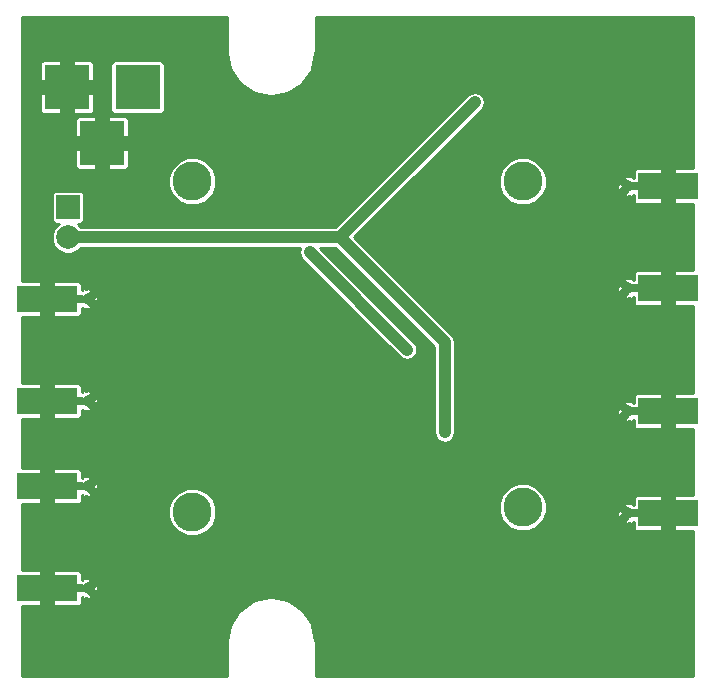
<source format=gbr>
G04 #@! TF.FileFunction,Copper,L2,Bot,Signal*
%FSLAX46Y46*%
G04 Gerber Fmt 4.6, Leading zero omitted, Abs format (unit mm)*
G04 Created by KiCad (PCBNEW 4.0.1-stable) date Wednesday, May 18, 2016 'PMt' 12:19:56 PM*
%MOMM*%
G01*
G04 APERTURE LIST*
%ADD10C,0.100000*%
%ADD11R,3.810000X3.810000*%
%ADD12R,2.000000X2.000000*%
%ADD13C,2.000000*%
%ADD14C,3.302000*%
%ADD15C,0.965200*%
%ADD16R,5.080000X2.286000*%
%ADD17R,1.016000X0.635000*%
%ADD18C,0.600000*%
%ADD19C,1.000000*%
%ADD20C,0.254000*%
G04 APERTURE END LIST*
D10*
D11*
X188005340Y-57150000D03*
X182005860Y-57150000D03*
X185005600Y-61849000D03*
D12*
X182118000Y-67310000D03*
D13*
X182118000Y-69850000D03*
D14*
X192633600Y-65112900D03*
X192633600Y-93103700D03*
X220624400Y-65112900D03*
X220624400Y-92710000D03*
D15*
X183769000Y-75057000D03*
X183769000Y-83693000D03*
D16*
X180340000Y-75057000D03*
X180340000Y-83693000D03*
D17*
X182880000Y-75057000D03*
X182880000Y-83693000D03*
D15*
X183769000Y-90932000D03*
X183769000Y-99568000D03*
D16*
X180340000Y-90932000D03*
X180340000Y-99568000D03*
D17*
X182880000Y-90932000D03*
X182880000Y-99568000D03*
D15*
X229489000Y-74168000D03*
X229489000Y-65532000D03*
D16*
X232918000Y-74168000D03*
X232918000Y-65532000D03*
D17*
X230378000Y-74168000D03*
X230378000Y-65532000D03*
D15*
X229489000Y-93218000D03*
X229489000Y-84582000D03*
D16*
X232918000Y-93218000D03*
X232918000Y-84582000D03*
D17*
X230378000Y-93218000D03*
X230378000Y-84582000D03*
D18*
X213995000Y-86360000D03*
X198120000Y-69850000D03*
X216535000Y-58420000D03*
X202565000Y-71120000D03*
X210820000Y-79375000D03*
D19*
X213995000Y-86360000D02*
X213995000Y-78740000D01*
X213995000Y-78740000D02*
X205105000Y-69850000D01*
X198120000Y-69850000D02*
X182118000Y-69850000D01*
X205105000Y-69850000D02*
X198120000Y-69850000D01*
X216535000Y-58420000D02*
X213995000Y-60960000D01*
X213995000Y-60960000D02*
X205105000Y-69850000D01*
X210820000Y-79375000D02*
X202565000Y-71120000D01*
D20*
G36*
X195555400Y-54127400D02*
X195563682Y-54169036D01*
X195563682Y-54211484D01*
X195816964Y-55484825D01*
X195881320Y-55640192D01*
X196602608Y-56719676D01*
X196721522Y-56838590D01*
X197801008Y-57559880D01*
X197956375Y-57624236D01*
X197956380Y-57624236D01*
X199229716Y-57877518D01*
X199397884Y-57877518D01*
X200671225Y-57624236D01*
X200826592Y-57559880D01*
X201906078Y-56838590D01*
X202024992Y-56719676D01*
X202746280Y-55640192D01*
X202810636Y-55484825D01*
X202810636Y-55484820D01*
X203063918Y-54211484D01*
X203063918Y-54169036D01*
X203072200Y-54127400D01*
X203072200Y-51231000D01*
X235027000Y-51231000D01*
X235027000Y-64008000D01*
X233521250Y-64008000D01*
X233426000Y-64103250D01*
X233426000Y-65024000D01*
X233446000Y-65024000D01*
X233446000Y-66040000D01*
X233426000Y-66040000D01*
X233426000Y-66960750D01*
X233521250Y-67056000D01*
X235027000Y-67056000D01*
X235027000Y-72644000D01*
X233521250Y-72644000D01*
X233426000Y-72739250D01*
X233426000Y-73660000D01*
X233446000Y-73660000D01*
X233446000Y-74676000D01*
X233426000Y-74676000D01*
X233426000Y-75596750D01*
X233521250Y-75692000D01*
X235027000Y-75692000D01*
X235027000Y-83058000D01*
X233521250Y-83058000D01*
X233426000Y-83153250D01*
X233426000Y-84074000D01*
X233446000Y-84074000D01*
X233446000Y-85090000D01*
X233426000Y-85090000D01*
X233426000Y-86010750D01*
X233521250Y-86106000D01*
X235027000Y-86106000D01*
X235027000Y-91694000D01*
X233521250Y-91694000D01*
X233426000Y-91789250D01*
X233426000Y-92710000D01*
X233446000Y-92710000D01*
X233446000Y-93726000D01*
X233426000Y-93726000D01*
X233426000Y-94646750D01*
X233521250Y-94742000D01*
X235027000Y-94742000D01*
X235027000Y-106985600D01*
X203072200Y-106985600D01*
X203072200Y-104089200D01*
X203063918Y-104047564D01*
X203063918Y-104005116D01*
X202810636Y-102731780D01*
X202810636Y-102731775D01*
X202746280Y-102576408D01*
X202024990Y-101496922D01*
X201906076Y-101378008D01*
X200826592Y-100656720D01*
X200671225Y-100592364D01*
X199397884Y-100339082D01*
X199229716Y-100339082D01*
X197956380Y-100592364D01*
X197801008Y-100656720D01*
X196721524Y-101378008D01*
X196602610Y-101496922D01*
X195881320Y-102576408D01*
X195816964Y-102731775D01*
X195563682Y-104005116D01*
X195563682Y-104047564D01*
X195555400Y-104089200D01*
X195555400Y-106985600D01*
X178231000Y-106985600D01*
X178231000Y-101092000D01*
X179736750Y-101092000D01*
X179832000Y-100996750D01*
X179832000Y-100076000D01*
X179812000Y-100076000D01*
X179812000Y-99060000D01*
X179832000Y-99060000D01*
X179832000Y-98139250D01*
X180848000Y-98139250D01*
X180848000Y-99060000D01*
X180868000Y-99060000D01*
X180868000Y-100076000D01*
X180848000Y-100076000D01*
X180848000Y-100996750D01*
X180943250Y-101092000D01*
X182955786Y-101092000D01*
X183095820Y-101033996D01*
X183202996Y-100926819D01*
X183261000Y-100786785D01*
X183261000Y-100301723D01*
X183507350Y-100548073D01*
X183634379Y-100421044D01*
X183805948Y-100447743D01*
X184071527Y-100394916D01*
X184126779Y-100267029D01*
X183769000Y-99909250D01*
X183769000Y-99822000D01*
X183673750Y-99726750D01*
X183269000Y-99726750D01*
X183427750Y-99568000D01*
X184110250Y-99568000D01*
X184468029Y-99925779D01*
X184595916Y-99870527D01*
X184648743Y-99531052D01*
X184595916Y-99265473D01*
X184468029Y-99210221D01*
X184110250Y-99568000D01*
X183427750Y-99568000D01*
X183269000Y-99409250D01*
X183673750Y-99409250D01*
X183769000Y-99314000D01*
X183769000Y-99226750D01*
X184126779Y-98868971D01*
X184071527Y-98741084D01*
X183732052Y-98688257D01*
X183628315Y-98708892D01*
X183507350Y-98587927D01*
X183261000Y-98834277D01*
X183261000Y-98349215D01*
X183202996Y-98209181D01*
X183095820Y-98102004D01*
X182955786Y-98044000D01*
X180943250Y-98044000D01*
X180848000Y-98139250D01*
X179832000Y-98139250D01*
X179736750Y-98044000D01*
X178231000Y-98044000D01*
X178231000Y-93506116D01*
X190601248Y-93506116D01*
X190909950Y-94253232D01*
X191481062Y-94825341D01*
X192227637Y-95135346D01*
X193036016Y-95136052D01*
X193783132Y-94827350D01*
X194355241Y-94256238D01*
X194665246Y-93509663D01*
X194665592Y-93112416D01*
X218592048Y-93112416D01*
X218900750Y-93859532D01*
X219471862Y-94431641D01*
X220218437Y-94741646D01*
X221026816Y-94742352D01*
X221773932Y-94433650D01*
X222346041Y-93862538D01*
X222598334Y-93254948D01*
X228609257Y-93254948D01*
X228662084Y-93520527D01*
X228789971Y-93575779D01*
X229147750Y-93218000D01*
X228789971Y-92860221D01*
X228662084Y-92915473D01*
X228609257Y-93254948D01*
X222598334Y-93254948D01*
X222656046Y-93115963D01*
X222656567Y-92518971D01*
X229131221Y-92518971D01*
X229489000Y-92876750D01*
X229489000Y-92964000D01*
X229584250Y-93059250D01*
X229989000Y-93059250D01*
X229830250Y-93218000D01*
X229989000Y-93376750D01*
X229584250Y-93376750D01*
X229489000Y-93472000D01*
X229489000Y-93559250D01*
X229131221Y-93917029D01*
X229186473Y-94044916D01*
X229525948Y-94097743D01*
X229629685Y-94077108D01*
X229750650Y-94198073D01*
X229997000Y-93951723D01*
X229997000Y-94436785D01*
X230055004Y-94576819D01*
X230162180Y-94683996D01*
X230302214Y-94742000D01*
X232314750Y-94742000D01*
X232410000Y-94646750D01*
X232410000Y-93726000D01*
X232390000Y-93726000D01*
X232390000Y-92710000D01*
X232410000Y-92710000D01*
X232410000Y-91789250D01*
X232314750Y-91694000D01*
X230302214Y-91694000D01*
X230162180Y-91752004D01*
X230055004Y-91859181D01*
X229997000Y-91999215D01*
X229997000Y-92484277D01*
X229750650Y-92237927D01*
X229623621Y-92364956D01*
X229452052Y-92338257D01*
X229186473Y-92391084D01*
X229131221Y-92518971D01*
X222656567Y-92518971D01*
X222656752Y-92307584D01*
X222348050Y-91560468D01*
X221776938Y-90988359D01*
X221030363Y-90678354D01*
X220221984Y-90677648D01*
X219474868Y-90986350D01*
X218902759Y-91557462D01*
X218592754Y-92304037D01*
X218592048Y-93112416D01*
X194665592Y-93112416D01*
X194665952Y-92701284D01*
X194357250Y-91954168D01*
X193786138Y-91382059D01*
X193039563Y-91072054D01*
X192231184Y-91071348D01*
X191484068Y-91380050D01*
X190911959Y-91951162D01*
X190601954Y-92697737D01*
X190601248Y-93506116D01*
X178231000Y-93506116D01*
X178231000Y-92456000D01*
X179736750Y-92456000D01*
X179832000Y-92360750D01*
X179832000Y-91440000D01*
X179812000Y-91440000D01*
X179812000Y-90424000D01*
X179832000Y-90424000D01*
X179832000Y-89503250D01*
X180848000Y-89503250D01*
X180848000Y-90424000D01*
X180868000Y-90424000D01*
X180868000Y-91440000D01*
X180848000Y-91440000D01*
X180848000Y-92360750D01*
X180943250Y-92456000D01*
X182955786Y-92456000D01*
X183095820Y-92397996D01*
X183202996Y-92290819D01*
X183261000Y-92150785D01*
X183261000Y-91665723D01*
X183507350Y-91912073D01*
X183634379Y-91785044D01*
X183805948Y-91811743D01*
X184071527Y-91758916D01*
X184126779Y-91631029D01*
X183769000Y-91273250D01*
X183769000Y-91186000D01*
X183673750Y-91090750D01*
X183269000Y-91090750D01*
X183427750Y-90932000D01*
X184110250Y-90932000D01*
X184468029Y-91289779D01*
X184595916Y-91234527D01*
X184648743Y-90895052D01*
X184595916Y-90629473D01*
X184468029Y-90574221D01*
X184110250Y-90932000D01*
X183427750Y-90932000D01*
X183269000Y-90773250D01*
X183673750Y-90773250D01*
X183769000Y-90678000D01*
X183769000Y-90590750D01*
X184126779Y-90232971D01*
X184071527Y-90105084D01*
X183732052Y-90052257D01*
X183628315Y-90072892D01*
X183507350Y-89951927D01*
X183261000Y-90198277D01*
X183261000Y-89713215D01*
X183202996Y-89573181D01*
X183095820Y-89466004D01*
X182955786Y-89408000D01*
X180943250Y-89408000D01*
X180848000Y-89503250D01*
X179832000Y-89503250D01*
X179736750Y-89408000D01*
X178231000Y-89408000D01*
X178231000Y-85217000D01*
X179736750Y-85217000D01*
X179832000Y-85121750D01*
X179832000Y-84201000D01*
X179812000Y-84201000D01*
X179812000Y-83185000D01*
X179832000Y-83185000D01*
X179832000Y-82264250D01*
X180848000Y-82264250D01*
X180848000Y-83185000D01*
X180868000Y-83185000D01*
X180868000Y-84201000D01*
X180848000Y-84201000D01*
X180848000Y-85121750D01*
X180943250Y-85217000D01*
X182955786Y-85217000D01*
X183095820Y-85158996D01*
X183202996Y-85051819D01*
X183261000Y-84911785D01*
X183261000Y-84426723D01*
X183507350Y-84673073D01*
X183634379Y-84546044D01*
X183805948Y-84572743D01*
X184071527Y-84519916D01*
X184126779Y-84392029D01*
X183769000Y-84034250D01*
X183769000Y-83947000D01*
X183673750Y-83851750D01*
X183269000Y-83851750D01*
X183427750Y-83693000D01*
X184110250Y-83693000D01*
X184468029Y-84050779D01*
X184595916Y-83995527D01*
X184648743Y-83656052D01*
X184595916Y-83390473D01*
X184468029Y-83335221D01*
X184110250Y-83693000D01*
X183427750Y-83693000D01*
X183269000Y-83534250D01*
X183673750Y-83534250D01*
X183769000Y-83439000D01*
X183769000Y-83351750D01*
X184126779Y-82993971D01*
X184071527Y-82866084D01*
X183732052Y-82813257D01*
X183628315Y-82833892D01*
X183507350Y-82712927D01*
X183261000Y-82959277D01*
X183261000Y-82474215D01*
X183202996Y-82334181D01*
X183095820Y-82227004D01*
X182955786Y-82169000D01*
X180943250Y-82169000D01*
X180848000Y-82264250D01*
X179832000Y-82264250D01*
X179736750Y-82169000D01*
X178231000Y-82169000D01*
X178231000Y-76581000D01*
X179736750Y-76581000D01*
X179832000Y-76485750D01*
X179832000Y-75565000D01*
X179812000Y-75565000D01*
X179812000Y-74549000D01*
X179832000Y-74549000D01*
X179832000Y-73628250D01*
X180848000Y-73628250D01*
X180848000Y-74549000D01*
X180868000Y-74549000D01*
X180868000Y-75565000D01*
X180848000Y-75565000D01*
X180848000Y-76485750D01*
X180943250Y-76581000D01*
X182955786Y-76581000D01*
X183095820Y-76522996D01*
X183202996Y-76415819D01*
X183261000Y-76275785D01*
X183261000Y-75790723D01*
X183507350Y-76037073D01*
X183634379Y-75910044D01*
X183805948Y-75936743D01*
X184071527Y-75883916D01*
X184126779Y-75756029D01*
X183769000Y-75398250D01*
X183769000Y-75311000D01*
X183673750Y-75215750D01*
X183269000Y-75215750D01*
X183427750Y-75057000D01*
X184110250Y-75057000D01*
X184468029Y-75414779D01*
X184595916Y-75359527D01*
X184648743Y-75020052D01*
X184595916Y-74754473D01*
X184468029Y-74699221D01*
X184110250Y-75057000D01*
X183427750Y-75057000D01*
X183269000Y-74898250D01*
X183673750Y-74898250D01*
X183769000Y-74803000D01*
X183769000Y-74715750D01*
X184126779Y-74357971D01*
X184071527Y-74230084D01*
X183732052Y-74177257D01*
X183628315Y-74197892D01*
X183507350Y-74076927D01*
X183261000Y-74323277D01*
X183261000Y-73838215D01*
X183202996Y-73698181D01*
X183095820Y-73591004D01*
X182955786Y-73533000D01*
X180943250Y-73533000D01*
X180848000Y-73628250D01*
X179832000Y-73628250D01*
X179736750Y-73533000D01*
X178231000Y-73533000D01*
X178231000Y-66310000D01*
X180729536Y-66310000D01*
X180729536Y-68310000D01*
X180756103Y-68451190D01*
X180839546Y-68580865D01*
X180966866Y-68667859D01*
X181118000Y-68698464D01*
X181316813Y-68698464D01*
X180947928Y-69066705D01*
X180737241Y-69574097D01*
X180736761Y-70123493D01*
X180946563Y-70631251D01*
X181334705Y-71020072D01*
X181842097Y-71230759D01*
X182391493Y-71231239D01*
X182899251Y-71021437D01*
X183190196Y-70731000D01*
X201785711Y-70731000D01*
X201751062Y-70782856D01*
X201684000Y-71120000D01*
X201751062Y-71457144D01*
X201942039Y-71742961D01*
X210197039Y-79997961D01*
X210482856Y-80188938D01*
X210820000Y-80256000D01*
X211157144Y-80188938D01*
X211442961Y-79997961D01*
X211633938Y-79712144D01*
X211701000Y-79375000D01*
X211633938Y-79037856D01*
X211442961Y-78752039D01*
X203421922Y-70731000D01*
X204740078Y-70731000D01*
X213114000Y-79104922D01*
X213114000Y-86360000D01*
X213181062Y-86697144D01*
X213372039Y-86982961D01*
X213657856Y-87173938D01*
X213995000Y-87241000D01*
X214332144Y-87173938D01*
X214617961Y-86982961D01*
X214808938Y-86697144D01*
X214876000Y-86360000D01*
X214876000Y-84618948D01*
X228609257Y-84618948D01*
X228662084Y-84884527D01*
X228789971Y-84939779D01*
X229147750Y-84582000D01*
X228789971Y-84224221D01*
X228662084Y-84279473D01*
X228609257Y-84618948D01*
X214876000Y-84618948D01*
X214876000Y-83882971D01*
X229131221Y-83882971D01*
X229489000Y-84240750D01*
X229489000Y-84328000D01*
X229584250Y-84423250D01*
X229989000Y-84423250D01*
X229830250Y-84582000D01*
X229989000Y-84740750D01*
X229584250Y-84740750D01*
X229489000Y-84836000D01*
X229489000Y-84923250D01*
X229131221Y-85281029D01*
X229186473Y-85408916D01*
X229525948Y-85461743D01*
X229629685Y-85441108D01*
X229750650Y-85562073D01*
X229997000Y-85315723D01*
X229997000Y-85800785D01*
X230055004Y-85940819D01*
X230162180Y-86047996D01*
X230302214Y-86106000D01*
X232314750Y-86106000D01*
X232410000Y-86010750D01*
X232410000Y-85090000D01*
X232390000Y-85090000D01*
X232390000Y-84074000D01*
X232410000Y-84074000D01*
X232410000Y-83153250D01*
X232314750Y-83058000D01*
X230302214Y-83058000D01*
X230162180Y-83116004D01*
X230055004Y-83223181D01*
X229997000Y-83363215D01*
X229997000Y-83848277D01*
X229750650Y-83601927D01*
X229623621Y-83728956D01*
X229452052Y-83702257D01*
X229186473Y-83755084D01*
X229131221Y-83882971D01*
X214876000Y-83882971D01*
X214876000Y-78740000D01*
X214808938Y-78402856D01*
X214617961Y-78117039D01*
X210705870Y-74204948D01*
X228609257Y-74204948D01*
X228662084Y-74470527D01*
X228789971Y-74525779D01*
X229147750Y-74168000D01*
X228789971Y-73810221D01*
X228662084Y-73865473D01*
X228609257Y-74204948D01*
X210705870Y-74204948D01*
X209969893Y-73468971D01*
X229131221Y-73468971D01*
X229489000Y-73826750D01*
X229489000Y-73914000D01*
X229584250Y-74009250D01*
X229989000Y-74009250D01*
X229830250Y-74168000D01*
X229989000Y-74326750D01*
X229584250Y-74326750D01*
X229489000Y-74422000D01*
X229489000Y-74509250D01*
X229131221Y-74867029D01*
X229186473Y-74994916D01*
X229525948Y-75047743D01*
X229629685Y-75027108D01*
X229750650Y-75148073D01*
X229997000Y-74901723D01*
X229997000Y-75386785D01*
X230055004Y-75526819D01*
X230162180Y-75633996D01*
X230302214Y-75692000D01*
X232314750Y-75692000D01*
X232410000Y-75596750D01*
X232410000Y-74676000D01*
X232390000Y-74676000D01*
X232390000Y-73660000D01*
X232410000Y-73660000D01*
X232410000Y-72739250D01*
X232314750Y-72644000D01*
X230302214Y-72644000D01*
X230162180Y-72702004D01*
X230055004Y-72809181D01*
X229997000Y-72949215D01*
X229997000Y-73434277D01*
X229750650Y-73187927D01*
X229623621Y-73314956D01*
X229452052Y-73288257D01*
X229186473Y-73341084D01*
X229131221Y-73468971D01*
X209969893Y-73468971D01*
X206350922Y-69850000D01*
X210685606Y-65515316D01*
X218592048Y-65515316D01*
X218900750Y-66262432D01*
X219471862Y-66834541D01*
X220218437Y-67144546D01*
X221026816Y-67145252D01*
X221773932Y-66836550D01*
X222346041Y-66265438D01*
X222635248Y-65568948D01*
X228609257Y-65568948D01*
X228662084Y-65834527D01*
X228789971Y-65889779D01*
X229147750Y-65532000D01*
X228789971Y-65174221D01*
X228662084Y-65229473D01*
X228609257Y-65568948D01*
X222635248Y-65568948D01*
X222656046Y-65518863D01*
X222656645Y-64832971D01*
X229131221Y-64832971D01*
X229489000Y-65190750D01*
X229489000Y-65278000D01*
X229584250Y-65373250D01*
X229989000Y-65373250D01*
X229830250Y-65532000D01*
X229989000Y-65690750D01*
X229584250Y-65690750D01*
X229489000Y-65786000D01*
X229489000Y-65873250D01*
X229131221Y-66231029D01*
X229186473Y-66358916D01*
X229525948Y-66411743D01*
X229629685Y-66391108D01*
X229750650Y-66512073D01*
X229997000Y-66265723D01*
X229997000Y-66750785D01*
X230055004Y-66890819D01*
X230162180Y-66997996D01*
X230302214Y-67056000D01*
X232314750Y-67056000D01*
X232410000Y-66960750D01*
X232410000Y-66040000D01*
X232390000Y-66040000D01*
X232390000Y-65024000D01*
X232410000Y-65024000D01*
X232410000Y-64103250D01*
X232314750Y-64008000D01*
X230302214Y-64008000D01*
X230162180Y-64066004D01*
X230055004Y-64173181D01*
X229997000Y-64313215D01*
X229997000Y-64798277D01*
X229750650Y-64551927D01*
X229623621Y-64678956D01*
X229452052Y-64652257D01*
X229186473Y-64705084D01*
X229131221Y-64832971D01*
X222656645Y-64832971D01*
X222656752Y-64710484D01*
X222348050Y-63963368D01*
X221776938Y-63391259D01*
X221030363Y-63081254D01*
X220221984Y-63080548D01*
X219474868Y-63389250D01*
X218902759Y-63960362D01*
X218592754Y-64706937D01*
X218592048Y-65515316D01*
X210685606Y-65515316D01*
X217157961Y-59042961D01*
X217348938Y-58757145D01*
X217416000Y-58420000D01*
X217348938Y-58082856D01*
X217157961Y-57797039D01*
X216872144Y-57606062D01*
X216535000Y-57539000D01*
X216197855Y-57606062D01*
X215912039Y-57797039D01*
X204740078Y-68969000D01*
X183189862Y-68969000D01*
X182919799Y-68698464D01*
X183118000Y-68698464D01*
X183259190Y-68671897D01*
X183388865Y-68588454D01*
X183475859Y-68461134D01*
X183506464Y-68310000D01*
X183506464Y-66310000D01*
X183479897Y-66168810D01*
X183396454Y-66039135D01*
X183269134Y-65952141D01*
X183118000Y-65921536D01*
X181118000Y-65921536D01*
X180976810Y-65948103D01*
X180847135Y-66031546D01*
X180760141Y-66158866D01*
X180729536Y-66310000D01*
X178231000Y-66310000D01*
X178231000Y-65515316D01*
X190601248Y-65515316D01*
X190909950Y-66262432D01*
X191481062Y-66834541D01*
X192227637Y-67144546D01*
X193036016Y-67145252D01*
X193783132Y-66836550D01*
X194355241Y-66265438D01*
X194665246Y-65518863D01*
X194665952Y-64710484D01*
X194357250Y-63963368D01*
X193786138Y-63391259D01*
X193039563Y-63081254D01*
X192231184Y-63080548D01*
X191484068Y-63389250D01*
X190911959Y-63960362D01*
X190601954Y-64706937D01*
X190601248Y-65515316D01*
X178231000Y-65515316D01*
X178231000Y-62452250D01*
X182719600Y-62452250D01*
X182719600Y-63829785D01*
X182777604Y-63969819D01*
X182884780Y-64076996D01*
X183024814Y-64135000D01*
X184402350Y-64135000D01*
X184497600Y-64039750D01*
X184497600Y-62357000D01*
X185513600Y-62357000D01*
X185513600Y-64039750D01*
X185608850Y-64135000D01*
X186986386Y-64135000D01*
X187126420Y-64076996D01*
X187233596Y-63969819D01*
X187291600Y-63829785D01*
X187291600Y-62452250D01*
X187196350Y-62357000D01*
X185513600Y-62357000D01*
X184497600Y-62357000D01*
X182814850Y-62357000D01*
X182719600Y-62452250D01*
X178231000Y-62452250D01*
X178231000Y-59868215D01*
X182719600Y-59868215D01*
X182719600Y-61245750D01*
X182814850Y-61341000D01*
X184497600Y-61341000D01*
X184497600Y-59658250D01*
X185513600Y-59658250D01*
X185513600Y-61341000D01*
X187196350Y-61341000D01*
X187291600Y-61245750D01*
X187291600Y-59868215D01*
X187233596Y-59728181D01*
X187126420Y-59621004D01*
X186986386Y-59563000D01*
X185608850Y-59563000D01*
X185513600Y-59658250D01*
X184497600Y-59658250D01*
X184402350Y-59563000D01*
X183024814Y-59563000D01*
X182884780Y-59621004D01*
X182777604Y-59728181D01*
X182719600Y-59868215D01*
X178231000Y-59868215D01*
X178231000Y-57753250D01*
X179719860Y-57753250D01*
X179719860Y-59130785D01*
X179777864Y-59270819D01*
X179885040Y-59377996D01*
X180025074Y-59436000D01*
X181402610Y-59436000D01*
X181497860Y-59340750D01*
X181497860Y-57658000D01*
X182513860Y-57658000D01*
X182513860Y-59340750D01*
X182609110Y-59436000D01*
X183986646Y-59436000D01*
X184126680Y-59377996D01*
X184233856Y-59270819D01*
X184291860Y-59130785D01*
X184291860Y-57753250D01*
X184196610Y-57658000D01*
X182513860Y-57658000D01*
X181497860Y-57658000D01*
X179815110Y-57658000D01*
X179719860Y-57753250D01*
X178231000Y-57753250D01*
X178231000Y-55169215D01*
X179719860Y-55169215D01*
X179719860Y-56546750D01*
X179815110Y-56642000D01*
X181497860Y-56642000D01*
X181497860Y-54959250D01*
X182513860Y-54959250D01*
X182513860Y-56642000D01*
X184196610Y-56642000D01*
X184291860Y-56546750D01*
X184291860Y-55245000D01*
X185711876Y-55245000D01*
X185711876Y-59055000D01*
X185738443Y-59196190D01*
X185821886Y-59325865D01*
X185949206Y-59412859D01*
X186100340Y-59443464D01*
X189910340Y-59443464D01*
X190051530Y-59416897D01*
X190181205Y-59333454D01*
X190268199Y-59206134D01*
X190298804Y-59055000D01*
X190298804Y-55245000D01*
X190272237Y-55103810D01*
X190188794Y-54974135D01*
X190061474Y-54887141D01*
X189910340Y-54856536D01*
X186100340Y-54856536D01*
X185959150Y-54883103D01*
X185829475Y-54966546D01*
X185742481Y-55093866D01*
X185711876Y-55245000D01*
X184291860Y-55245000D01*
X184291860Y-55169215D01*
X184233856Y-55029181D01*
X184126680Y-54922004D01*
X183986646Y-54864000D01*
X182609110Y-54864000D01*
X182513860Y-54959250D01*
X181497860Y-54959250D01*
X181402610Y-54864000D01*
X180025074Y-54864000D01*
X179885040Y-54922004D01*
X179777864Y-55029181D01*
X179719860Y-55169215D01*
X178231000Y-55169215D01*
X178231000Y-51231000D01*
X195555400Y-51231000D01*
X195555400Y-54127400D01*
X195555400Y-54127400D01*
G37*
X195555400Y-54127400D02*
X195563682Y-54169036D01*
X195563682Y-54211484D01*
X195816964Y-55484825D01*
X195881320Y-55640192D01*
X196602608Y-56719676D01*
X196721522Y-56838590D01*
X197801008Y-57559880D01*
X197956375Y-57624236D01*
X197956380Y-57624236D01*
X199229716Y-57877518D01*
X199397884Y-57877518D01*
X200671225Y-57624236D01*
X200826592Y-57559880D01*
X201906078Y-56838590D01*
X202024992Y-56719676D01*
X202746280Y-55640192D01*
X202810636Y-55484825D01*
X202810636Y-55484820D01*
X203063918Y-54211484D01*
X203063918Y-54169036D01*
X203072200Y-54127400D01*
X203072200Y-51231000D01*
X235027000Y-51231000D01*
X235027000Y-64008000D01*
X233521250Y-64008000D01*
X233426000Y-64103250D01*
X233426000Y-65024000D01*
X233446000Y-65024000D01*
X233446000Y-66040000D01*
X233426000Y-66040000D01*
X233426000Y-66960750D01*
X233521250Y-67056000D01*
X235027000Y-67056000D01*
X235027000Y-72644000D01*
X233521250Y-72644000D01*
X233426000Y-72739250D01*
X233426000Y-73660000D01*
X233446000Y-73660000D01*
X233446000Y-74676000D01*
X233426000Y-74676000D01*
X233426000Y-75596750D01*
X233521250Y-75692000D01*
X235027000Y-75692000D01*
X235027000Y-83058000D01*
X233521250Y-83058000D01*
X233426000Y-83153250D01*
X233426000Y-84074000D01*
X233446000Y-84074000D01*
X233446000Y-85090000D01*
X233426000Y-85090000D01*
X233426000Y-86010750D01*
X233521250Y-86106000D01*
X235027000Y-86106000D01*
X235027000Y-91694000D01*
X233521250Y-91694000D01*
X233426000Y-91789250D01*
X233426000Y-92710000D01*
X233446000Y-92710000D01*
X233446000Y-93726000D01*
X233426000Y-93726000D01*
X233426000Y-94646750D01*
X233521250Y-94742000D01*
X235027000Y-94742000D01*
X235027000Y-106985600D01*
X203072200Y-106985600D01*
X203072200Y-104089200D01*
X203063918Y-104047564D01*
X203063918Y-104005116D01*
X202810636Y-102731780D01*
X202810636Y-102731775D01*
X202746280Y-102576408D01*
X202024990Y-101496922D01*
X201906076Y-101378008D01*
X200826592Y-100656720D01*
X200671225Y-100592364D01*
X199397884Y-100339082D01*
X199229716Y-100339082D01*
X197956380Y-100592364D01*
X197801008Y-100656720D01*
X196721524Y-101378008D01*
X196602610Y-101496922D01*
X195881320Y-102576408D01*
X195816964Y-102731775D01*
X195563682Y-104005116D01*
X195563682Y-104047564D01*
X195555400Y-104089200D01*
X195555400Y-106985600D01*
X178231000Y-106985600D01*
X178231000Y-101092000D01*
X179736750Y-101092000D01*
X179832000Y-100996750D01*
X179832000Y-100076000D01*
X179812000Y-100076000D01*
X179812000Y-99060000D01*
X179832000Y-99060000D01*
X179832000Y-98139250D01*
X180848000Y-98139250D01*
X180848000Y-99060000D01*
X180868000Y-99060000D01*
X180868000Y-100076000D01*
X180848000Y-100076000D01*
X180848000Y-100996750D01*
X180943250Y-101092000D01*
X182955786Y-101092000D01*
X183095820Y-101033996D01*
X183202996Y-100926819D01*
X183261000Y-100786785D01*
X183261000Y-100301723D01*
X183507350Y-100548073D01*
X183634379Y-100421044D01*
X183805948Y-100447743D01*
X184071527Y-100394916D01*
X184126779Y-100267029D01*
X183769000Y-99909250D01*
X183769000Y-99822000D01*
X183673750Y-99726750D01*
X183269000Y-99726750D01*
X183427750Y-99568000D01*
X184110250Y-99568000D01*
X184468029Y-99925779D01*
X184595916Y-99870527D01*
X184648743Y-99531052D01*
X184595916Y-99265473D01*
X184468029Y-99210221D01*
X184110250Y-99568000D01*
X183427750Y-99568000D01*
X183269000Y-99409250D01*
X183673750Y-99409250D01*
X183769000Y-99314000D01*
X183769000Y-99226750D01*
X184126779Y-98868971D01*
X184071527Y-98741084D01*
X183732052Y-98688257D01*
X183628315Y-98708892D01*
X183507350Y-98587927D01*
X183261000Y-98834277D01*
X183261000Y-98349215D01*
X183202996Y-98209181D01*
X183095820Y-98102004D01*
X182955786Y-98044000D01*
X180943250Y-98044000D01*
X180848000Y-98139250D01*
X179832000Y-98139250D01*
X179736750Y-98044000D01*
X178231000Y-98044000D01*
X178231000Y-93506116D01*
X190601248Y-93506116D01*
X190909950Y-94253232D01*
X191481062Y-94825341D01*
X192227637Y-95135346D01*
X193036016Y-95136052D01*
X193783132Y-94827350D01*
X194355241Y-94256238D01*
X194665246Y-93509663D01*
X194665592Y-93112416D01*
X218592048Y-93112416D01*
X218900750Y-93859532D01*
X219471862Y-94431641D01*
X220218437Y-94741646D01*
X221026816Y-94742352D01*
X221773932Y-94433650D01*
X222346041Y-93862538D01*
X222598334Y-93254948D01*
X228609257Y-93254948D01*
X228662084Y-93520527D01*
X228789971Y-93575779D01*
X229147750Y-93218000D01*
X228789971Y-92860221D01*
X228662084Y-92915473D01*
X228609257Y-93254948D01*
X222598334Y-93254948D01*
X222656046Y-93115963D01*
X222656567Y-92518971D01*
X229131221Y-92518971D01*
X229489000Y-92876750D01*
X229489000Y-92964000D01*
X229584250Y-93059250D01*
X229989000Y-93059250D01*
X229830250Y-93218000D01*
X229989000Y-93376750D01*
X229584250Y-93376750D01*
X229489000Y-93472000D01*
X229489000Y-93559250D01*
X229131221Y-93917029D01*
X229186473Y-94044916D01*
X229525948Y-94097743D01*
X229629685Y-94077108D01*
X229750650Y-94198073D01*
X229997000Y-93951723D01*
X229997000Y-94436785D01*
X230055004Y-94576819D01*
X230162180Y-94683996D01*
X230302214Y-94742000D01*
X232314750Y-94742000D01*
X232410000Y-94646750D01*
X232410000Y-93726000D01*
X232390000Y-93726000D01*
X232390000Y-92710000D01*
X232410000Y-92710000D01*
X232410000Y-91789250D01*
X232314750Y-91694000D01*
X230302214Y-91694000D01*
X230162180Y-91752004D01*
X230055004Y-91859181D01*
X229997000Y-91999215D01*
X229997000Y-92484277D01*
X229750650Y-92237927D01*
X229623621Y-92364956D01*
X229452052Y-92338257D01*
X229186473Y-92391084D01*
X229131221Y-92518971D01*
X222656567Y-92518971D01*
X222656752Y-92307584D01*
X222348050Y-91560468D01*
X221776938Y-90988359D01*
X221030363Y-90678354D01*
X220221984Y-90677648D01*
X219474868Y-90986350D01*
X218902759Y-91557462D01*
X218592754Y-92304037D01*
X218592048Y-93112416D01*
X194665592Y-93112416D01*
X194665952Y-92701284D01*
X194357250Y-91954168D01*
X193786138Y-91382059D01*
X193039563Y-91072054D01*
X192231184Y-91071348D01*
X191484068Y-91380050D01*
X190911959Y-91951162D01*
X190601954Y-92697737D01*
X190601248Y-93506116D01*
X178231000Y-93506116D01*
X178231000Y-92456000D01*
X179736750Y-92456000D01*
X179832000Y-92360750D01*
X179832000Y-91440000D01*
X179812000Y-91440000D01*
X179812000Y-90424000D01*
X179832000Y-90424000D01*
X179832000Y-89503250D01*
X180848000Y-89503250D01*
X180848000Y-90424000D01*
X180868000Y-90424000D01*
X180868000Y-91440000D01*
X180848000Y-91440000D01*
X180848000Y-92360750D01*
X180943250Y-92456000D01*
X182955786Y-92456000D01*
X183095820Y-92397996D01*
X183202996Y-92290819D01*
X183261000Y-92150785D01*
X183261000Y-91665723D01*
X183507350Y-91912073D01*
X183634379Y-91785044D01*
X183805948Y-91811743D01*
X184071527Y-91758916D01*
X184126779Y-91631029D01*
X183769000Y-91273250D01*
X183769000Y-91186000D01*
X183673750Y-91090750D01*
X183269000Y-91090750D01*
X183427750Y-90932000D01*
X184110250Y-90932000D01*
X184468029Y-91289779D01*
X184595916Y-91234527D01*
X184648743Y-90895052D01*
X184595916Y-90629473D01*
X184468029Y-90574221D01*
X184110250Y-90932000D01*
X183427750Y-90932000D01*
X183269000Y-90773250D01*
X183673750Y-90773250D01*
X183769000Y-90678000D01*
X183769000Y-90590750D01*
X184126779Y-90232971D01*
X184071527Y-90105084D01*
X183732052Y-90052257D01*
X183628315Y-90072892D01*
X183507350Y-89951927D01*
X183261000Y-90198277D01*
X183261000Y-89713215D01*
X183202996Y-89573181D01*
X183095820Y-89466004D01*
X182955786Y-89408000D01*
X180943250Y-89408000D01*
X180848000Y-89503250D01*
X179832000Y-89503250D01*
X179736750Y-89408000D01*
X178231000Y-89408000D01*
X178231000Y-85217000D01*
X179736750Y-85217000D01*
X179832000Y-85121750D01*
X179832000Y-84201000D01*
X179812000Y-84201000D01*
X179812000Y-83185000D01*
X179832000Y-83185000D01*
X179832000Y-82264250D01*
X180848000Y-82264250D01*
X180848000Y-83185000D01*
X180868000Y-83185000D01*
X180868000Y-84201000D01*
X180848000Y-84201000D01*
X180848000Y-85121750D01*
X180943250Y-85217000D01*
X182955786Y-85217000D01*
X183095820Y-85158996D01*
X183202996Y-85051819D01*
X183261000Y-84911785D01*
X183261000Y-84426723D01*
X183507350Y-84673073D01*
X183634379Y-84546044D01*
X183805948Y-84572743D01*
X184071527Y-84519916D01*
X184126779Y-84392029D01*
X183769000Y-84034250D01*
X183769000Y-83947000D01*
X183673750Y-83851750D01*
X183269000Y-83851750D01*
X183427750Y-83693000D01*
X184110250Y-83693000D01*
X184468029Y-84050779D01*
X184595916Y-83995527D01*
X184648743Y-83656052D01*
X184595916Y-83390473D01*
X184468029Y-83335221D01*
X184110250Y-83693000D01*
X183427750Y-83693000D01*
X183269000Y-83534250D01*
X183673750Y-83534250D01*
X183769000Y-83439000D01*
X183769000Y-83351750D01*
X184126779Y-82993971D01*
X184071527Y-82866084D01*
X183732052Y-82813257D01*
X183628315Y-82833892D01*
X183507350Y-82712927D01*
X183261000Y-82959277D01*
X183261000Y-82474215D01*
X183202996Y-82334181D01*
X183095820Y-82227004D01*
X182955786Y-82169000D01*
X180943250Y-82169000D01*
X180848000Y-82264250D01*
X179832000Y-82264250D01*
X179736750Y-82169000D01*
X178231000Y-82169000D01*
X178231000Y-76581000D01*
X179736750Y-76581000D01*
X179832000Y-76485750D01*
X179832000Y-75565000D01*
X179812000Y-75565000D01*
X179812000Y-74549000D01*
X179832000Y-74549000D01*
X179832000Y-73628250D01*
X180848000Y-73628250D01*
X180848000Y-74549000D01*
X180868000Y-74549000D01*
X180868000Y-75565000D01*
X180848000Y-75565000D01*
X180848000Y-76485750D01*
X180943250Y-76581000D01*
X182955786Y-76581000D01*
X183095820Y-76522996D01*
X183202996Y-76415819D01*
X183261000Y-76275785D01*
X183261000Y-75790723D01*
X183507350Y-76037073D01*
X183634379Y-75910044D01*
X183805948Y-75936743D01*
X184071527Y-75883916D01*
X184126779Y-75756029D01*
X183769000Y-75398250D01*
X183769000Y-75311000D01*
X183673750Y-75215750D01*
X183269000Y-75215750D01*
X183427750Y-75057000D01*
X184110250Y-75057000D01*
X184468029Y-75414779D01*
X184595916Y-75359527D01*
X184648743Y-75020052D01*
X184595916Y-74754473D01*
X184468029Y-74699221D01*
X184110250Y-75057000D01*
X183427750Y-75057000D01*
X183269000Y-74898250D01*
X183673750Y-74898250D01*
X183769000Y-74803000D01*
X183769000Y-74715750D01*
X184126779Y-74357971D01*
X184071527Y-74230084D01*
X183732052Y-74177257D01*
X183628315Y-74197892D01*
X183507350Y-74076927D01*
X183261000Y-74323277D01*
X183261000Y-73838215D01*
X183202996Y-73698181D01*
X183095820Y-73591004D01*
X182955786Y-73533000D01*
X180943250Y-73533000D01*
X180848000Y-73628250D01*
X179832000Y-73628250D01*
X179736750Y-73533000D01*
X178231000Y-73533000D01*
X178231000Y-66310000D01*
X180729536Y-66310000D01*
X180729536Y-68310000D01*
X180756103Y-68451190D01*
X180839546Y-68580865D01*
X180966866Y-68667859D01*
X181118000Y-68698464D01*
X181316813Y-68698464D01*
X180947928Y-69066705D01*
X180737241Y-69574097D01*
X180736761Y-70123493D01*
X180946563Y-70631251D01*
X181334705Y-71020072D01*
X181842097Y-71230759D01*
X182391493Y-71231239D01*
X182899251Y-71021437D01*
X183190196Y-70731000D01*
X201785711Y-70731000D01*
X201751062Y-70782856D01*
X201684000Y-71120000D01*
X201751062Y-71457144D01*
X201942039Y-71742961D01*
X210197039Y-79997961D01*
X210482856Y-80188938D01*
X210820000Y-80256000D01*
X211157144Y-80188938D01*
X211442961Y-79997961D01*
X211633938Y-79712144D01*
X211701000Y-79375000D01*
X211633938Y-79037856D01*
X211442961Y-78752039D01*
X203421922Y-70731000D01*
X204740078Y-70731000D01*
X213114000Y-79104922D01*
X213114000Y-86360000D01*
X213181062Y-86697144D01*
X213372039Y-86982961D01*
X213657856Y-87173938D01*
X213995000Y-87241000D01*
X214332144Y-87173938D01*
X214617961Y-86982961D01*
X214808938Y-86697144D01*
X214876000Y-86360000D01*
X214876000Y-84618948D01*
X228609257Y-84618948D01*
X228662084Y-84884527D01*
X228789971Y-84939779D01*
X229147750Y-84582000D01*
X228789971Y-84224221D01*
X228662084Y-84279473D01*
X228609257Y-84618948D01*
X214876000Y-84618948D01*
X214876000Y-83882971D01*
X229131221Y-83882971D01*
X229489000Y-84240750D01*
X229489000Y-84328000D01*
X229584250Y-84423250D01*
X229989000Y-84423250D01*
X229830250Y-84582000D01*
X229989000Y-84740750D01*
X229584250Y-84740750D01*
X229489000Y-84836000D01*
X229489000Y-84923250D01*
X229131221Y-85281029D01*
X229186473Y-85408916D01*
X229525948Y-85461743D01*
X229629685Y-85441108D01*
X229750650Y-85562073D01*
X229997000Y-85315723D01*
X229997000Y-85800785D01*
X230055004Y-85940819D01*
X230162180Y-86047996D01*
X230302214Y-86106000D01*
X232314750Y-86106000D01*
X232410000Y-86010750D01*
X232410000Y-85090000D01*
X232390000Y-85090000D01*
X232390000Y-84074000D01*
X232410000Y-84074000D01*
X232410000Y-83153250D01*
X232314750Y-83058000D01*
X230302214Y-83058000D01*
X230162180Y-83116004D01*
X230055004Y-83223181D01*
X229997000Y-83363215D01*
X229997000Y-83848277D01*
X229750650Y-83601927D01*
X229623621Y-83728956D01*
X229452052Y-83702257D01*
X229186473Y-83755084D01*
X229131221Y-83882971D01*
X214876000Y-83882971D01*
X214876000Y-78740000D01*
X214808938Y-78402856D01*
X214617961Y-78117039D01*
X210705870Y-74204948D01*
X228609257Y-74204948D01*
X228662084Y-74470527D01*
X228789971Y-74525779D01*
X229147750Y-74168000D01*
X228789971Y-73810221D01*
X228662084Y-73865473D01*
X228609257Y-74204948D01*
X210705870Y-74204948D01*
X209969893Y-73468971D01*
X229131221Y-73468971D01*
X229489000Y-73826750D01*
X229489000Y-73914000D01*
X229584250Y-74009250D01*
X229989000Y-74009250D01*
X229830250Y-74168000D01*
X229989000Y-74326750D01*
X229584250Y-74326750D01*
X229489000Y-74422000D01*
X229489000Y-74509250D01*
X229131221Y-74867029D01*
X229186473Y-74994916D01*
X229525948Y-75047743D01*
X229629685Y-75027108D01*
X229750650Y-75148073D01*
X229997000Y-74901723D01*
X229997000Y-75386785D01*
X230055004Y-75526819D01*
X230162180Y-75633996D01*
X230302214Y-75692000D01*
X232314750Y-75692000D01*
X232410000Y-75596750D01*
X232410000Y-74676000D01*
X232390000Y-74676000D01*
X232390000Y-73660000D01*
X232410000Y-73660000D01*
X232410000Y-72739250D01*
X232314750Y-72644000D01*
X230302214Y-72644000D01*
X230162180Y-72702004D01*
X230055004Y-72809181D01*
X229997000Y-72949215D01*
X229997000Y-73434277D01*
X229750650Y-73187927D01*
X229623621Y-73314956D01*
X229452052Y-73288257D01*
X229186473Y-73341084D01*
X229131221Y-73468971D01*
X209969893Y-73468971D01*
X206350922Y-69850000D01*
X210685606Y-65515316D01*
X218592048Y-65515316D01*
X218900750Y-66262432D01*
X219471862Y-66834541D01*
X220218437Y-67144546D01*
X221026816Y-67145252D01*
X221773932Y-66836550D01*
X222346041Y-66265438D01*
X222635248Y-65568948D01*
X228609257Y-65568948D01*
X228662084Y-65834527D01*
X228789971Y-65889779D01*
X229147750Y-65532000D01*
X228789971Y-65174221D01*
X228662084Y-65229473D01*
X228609257Y-65568948D01*
X222635248Y-65568948D01*
X222656046Y-65518863D01*
X222656645Y-64832971D01*
X229131221Y-64832971D01*
X229489000Y-65190750D01*
X229489000Y-65278000D01*
X229584250Y-65373250D01*
X229989000Y-65373250D01*
X229830250Y-65532000D01*
X229989000Y-65690750D01*
X229584250Y-65690750D01*
X229489000Y-65786000D01*
X229489000Y-65873250D01*
X229131221Y-66231029D01*
X229186473Y-66358916D01*
X229525948Y-66411743D01*
X229629685Y-66391108D01*
X229750650Y-66512073D01*
X229997000Y-66265723D01*
X229997000Y-66750785D01*
X230055004Y-66890819D01*
X230162180Y-66997996D01*
X230302214Y-67056000D01*
X232314750Y-67056000D01*
X232410000Y-66960750D01*
X232410000Y-66040000D01*
X232390000Y-66040000D01*
X232390000Y-65024000D01*
X232410000Y-65024000D01*
X232410000Y-64103250D01*
X232314750Y-64008000D01*
X230302214Y-64008000D01*
X230162180Y-64066004D01*
X230055004Y-64173181D01*
X229997000Y-64313215D01*
X229997000Y-64798277D01*
X229750650Y-64551927D01*
X229623621Y-64678956D01*
X229452052Y-64652257D01*
X229186473Y-64705084D01*
X229131221Y-64832971D01*
X222656645Y-64832971D01*
X222656752Y-64710484D01*
X222348050Y-63963368D01*
X221776938Y-63391259D01*
X221030363Y-63081254D01*
X220221984Y-63080548D01*
X219474868Y-63389250D01*
X218902759Y-63960362D01*
X218592754Y-64706937D01*
X218592048Y-65515316D01*
X210685606Y-65515316D01*
X217157961Y-59042961D01*
X217348938Y-58757145D01*
X217416000Y-58420000D01*
X217348938Y-58082856D01*
X217157961Y-57797039D01*
X216872144Y-57606062D01*
X216535000Y-57539000D01*
X216197855Y-57606062D01*
X215912039Y-57797039D01*
X204740078Y-68969000D01*
X183189862Y-68969000D01*
X182919799Y-68698464D01*
X183118000Y-68698464D01*
X183259190Y-68671897D01*
X183388865Y-68588454D01*
X183475859Y-68461134D01*
X183506464Y-68310000D01*
X183506464Y-66310000D01*
X183479897Y-66168810D01*
X183396454Y-66039135D01*
X183269134Y-65952141D01*
X183118000Y-65921536D01*
X181118000Y-65921536D01*
X180976810Y-65948103D01*
X180847135Y-66031546D01*
X180760141Y-66158866D01*
X180729536Y-66310000D01*
X178231000Y-66310000D01*
X178231000Y-65515316D01*
X190601248Y-65515316D01*
X190909950Y-66262432D01*
X191481062Y-66834541D01*
X192227637Y-67144546D01*
X193036016Y-67145252D01*
X193783132Y-66836550D01*
X194355241Y-66265438D01*
X194665246Y-65518863D01*
X194665952Y-64710484D01*
X194357250Y-63963368D01*
X193786138Y-63391259D01*
X193039563Y-63081254D01*
X192231184Y-63080548D01*
X191484068Y-63389250D01*
X190911959Y-63960362D01*
X190601954Y-64706937D01*
X190601248Y-65515316D01*
X178231000Y-65515316D01*
X178231000Y-62452250D01*
X182719600Y-62452250D01*
X182719600Y-63829785D01*
X182777604Y-63969819D01*
X182884780Y-64076996D01*
X183024814Y-64135000D01*
X184402350Y-64135000D01*
X184497600Y-64039750D01*
X184497600Y-62357000D01*
X185513600Y-62357000D01*
X185513600Y-64039750D01*
X185608850Y-64135000D01*
X186986386Y-64135000D01*
X187126420Y-64076996D01*
X187233596Y-63969819D01*
X187291600Y-63829785D01*
X187291600Y-62452250D01*
X187196350Y-62357000D01*
X185513600Y-62357000D01*
X184497600Y-62357000D01*
X182814850Y-62357000D01*
X182719600Y-62452250D01*
X178231000Y-62452250D01*
X178231000Y-59868215D01*
X182719600Y-59868215D01*
X182719600Y-61245750D01*
X182814850Y-61341000D01*
X184497600Y-61341000D01*
X184497600Y-59658250D01*
X185513600Y-59658250D01*
X185513600Y-61341000D01*
X187196350Y-61341000D01*
X187291600Y-61245750D01*
X187291600Y-59868215D01*
X187233596Y-59728181D01*
X187126420Y-59621004D01*
X186986386Y-59563000D01*
X185608850Y-59563000D01*
X185513600Y-59658250D01*
X184497600Y-59658250D01*
X184402350Y-59563000D01*
X183024814Y-59563000D01*
X182884780Y-59621004D01*
X182777604Y-59728181D01*
X182719600Y-59868215D01*
X178231000Y-59868215D01*
X178231000Y-57753250D01*
X179719860Y-57753250D01*
X179719860Y-59130785D01*
X179777864Y-59270819D01*
X179885040Y-59377996D01*
X180025074Y-59436000D01*
X181402610Y-59436000D01*
X181497860Y-59340750D01*
X181497860Y-57658000D01*
X182513860Y-57658000D01*
X182513860Y-59340750D01*
X182609110Y-59436000D01*
X183986646Y-59436000D01*
X184126680Y-59377996D01*
X184233856Y-59270819D01*
X184291860Y-59130785D01*
X184291860Y-57753250D01*
X184196610Y-57658000D01*
X182513860Y-57658000D01*
X181497860Y-57658000D01*
X179815110Y-57658000D01*
X179719860Y-57753250D01*
X178231000Y-57753250D01*
X178231000Y-55169215D01*
X179719860Y-55169215D01*
X179719860Y-56546750D01*
X179815110Y-56642000D01*
X181497860Y-56642000D01*
X181497860Y-54959250D01*
X182513860Y-54959250D01*
X182513860Y-56642000D01*
X184196610Y-56642000D01*
X184291860Y-56546750D01*
X184291860Y-55245000D01*
X185711876Y-55245000D01*
X185711876Y-59055000D01*
X185738443Y-59196190D01*
X185821886Y-59325865D01*
X185949206Y-59412859D01*
X186100340Y-59443464D01*
X189910340Y-59443464D01*
X190051530Y-59416897D01*
X190181205Y-59333454D01*
X190268199Y-59206134D01*
X190298804Y-59055000D01*
X190298804Y-55245000D01*
X190272237Y-55103810D01*
X190188794Y-54974135D01*
X190061474Y-54887141D01*
X189910340Y-54856536D01*
X186100340Y-54856536D01*
X185959150Y-54883103D01*
X185829475Y-54966546D01*
X185742481Y-55093866D01*
X185711876Y-55245000D01*
X184291860Y-55245000D01*
X184291860Y-55169215D01*
X184233856Y-55029181D01*
X184126680Y-54922004D01*
X183986646Y-54864000D01*
X182609110Y-54864000D01*
X182513860Y-54959250D01*
X181497860Y-54959250D01*
X181402610Y-54864000D01*
X180025074Y-54864000D01*
X179885040Y-54922004D01*
X179777864Y-55029181D01*
X179719860Y-55169215D01*
X178231000Y-55169215D01*
X178231000Y-51231000D01*
X195555400Y-51231000D01*
X195555400Y-54127400D01*
M02*

</source>
